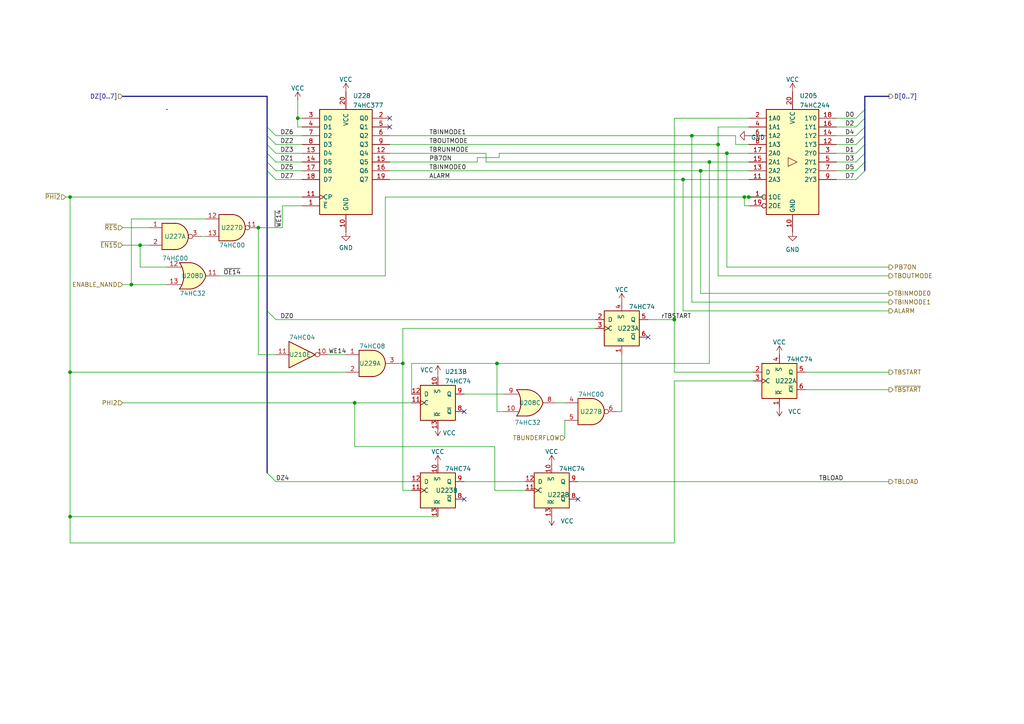
<source format=kicad_sch>
(kicad_sch (version 20211123) (generator eeschema)
  (paper "A4")
  (title_block (title "74HCT6526 Board 2") (date "2022-08-17") (rev "0.1") (company "Daniel Molina") (comment 1 "https://github.com/dmolinagarcia/74HCT6526"))
  (lib_symbols
    (symbol "74xx:74HC00" (pin_names (offset 1.016))
      (property "Reference" "U" (at 0 1.27 0))
      (property "Value" "74HC00" (at 0 -1.27 0))
      (symbol "74HC00_1_1"
        (arc (start 0 -3.81) (mid 3.81 0) (end 0 3.81) (stroke (width 0.254)) (fill (type background)))
        (polyline (pts (xy 0 3.81) (xy -3.81 3.81) (xy -3.81 -3.81) (xy 0 -3.81)) (stroke (width 0.254)) (fill (type background)))
        (pin input line (at -7.62 2.54 0) (length 3.81) (name "~") (number "1"))
        (pin input line (at -7.62 -2.54 0) (length 3.81) (name "~") (number "2"))
        (pin output inverted (at 7.62 0 180) (length 3.81) (name "~") (number "3"))
      )
      (symbol "74HC00_1_2"
        (arc (start -3.81 -3.81) (mid -2.589 0) (end -3.81 3.81) (stroke (width 0.254)))
        (arc (start -0.6096 -3.81) (mid 2.1855 -2.584) (end 3.81 0) (stroke (width 0.254)) (fill (type background)))
        (polyline (pts (xy -3.81 -3.81) (xy -0.635 -3.81)) (stroke (width 0.254)) (fill (type background)))
        (polyline (pts (xy -3.81 3.81) (xy -0.635 3.81)) (stroke (width 0.254)) (fill (type background)))
        (polyline (pts (xy -0.635 3.81) (xy -3.81 3.81) (xy -3.81 3.81) (xy -3.556 3.4036) (xy -3.0226 2.2606) (xy -2.6924 1.0414) (xy -2.6162 -0.254) (xy -2.7686 -1.4986) (xy -3.175 -2.7178) (xy -3.81 -3.81) (xy -3.81 -3.81) (xy -0.635 -3.81)) (stroke (width -25.4)) (fill (type background)))
        (arc (start 3.81 0) (mid 2.1928 2.5925) (end -0.6096 3.81) (stroke (width 0.254)) (fill (type background)))
        (pin input inverted (at -7.62 2.54 0) (length 4.318) (name "~") (number "1"))
        (pin input inverted (at -7.62 -2.54 0) (length 4.318) (name "~") (number "2"))
        (pin output line (at 7.62 0 180) (length 3.81) (name "~") (number "3"))
      )
      (symbol "74HC00_2_1"
        (arc (start 0 -3.81) (mid 3.81 0) (end 0 3.81) (stroke (width 0.254)) (fill (type background)))
        (polyline (pts (xy 0 3.81) (xy -3.81 3.81) (xy -3.81 -3.81) (xy 0 -3.81)) (stroke (width 0.254)) (fill (type background)))
        (pin input line (at -7.62 2.54 0) (length 3.81) (name "~") (number "4"))
        (pin input line (at -7.62 -2.54 0) (length 3.81) (name "~") (number "5"))
        (pin output inverted (at 7.62 0 180) (length 3.81) (name "~") (number "6"))
      )
      (symbol "74HC00_2_2"
        (arc (start -3.81 -3.81) (mid -2.589 0) (end -3.81 3.81) (stroke (width 0.254)))
        (arc (start -0.6096 -3.81) (mid 2.1855 -2.584) (end 3.81 0) (stroke (width 0.254)) (fill (type background)))
        (polyline (pts (xy -3.81 -3.81) (xy -0.635 -3.81)) (stroke (width 0.254)) (fill (type background)))
        (polyline (pts (xy -3.81 3.81) (xy -0.635 3.81)) (stroke (width 0.254)) (fill (type background)))
        (polyline (pts (xy -0.635 3.81) (xy -3.81 3.81) (xy -3.81 3.81) (xy -3.556 3.4036) (xy -3.0226 2.2606) (xy -2.6924 1.0414) (xy -2.6162 -0.254) (xy -2.7686 -1.4986) (xy -3.175 -2.7178) (xy -3.81 -3.81) (xy -3.81 -3.81) (xy -0.635 -3.81)) (stroke (width -25.4)) (fill (type background)))
        (arc (start 3.81 0) (mid 2.1928 2.5925) (end -0.6096 3.81) (stroke (width 0.254)) (fill (type background)))
        (pin input inverted (at -7.62 2.54 0) (length 4.318) (name "~") (number "4"))
        (pin input inverted (at -7.62 -2.54 0) (length 4.318) (name "~") (number "5"))
        (pin output line (at 7.62 0 180) (length 3.81) (name "~") (number "6"))
      )
      (symbol "74HC00_3_1"
        (arc (start 0 -3.81) (mid 3.81 0) (end 0 3.81) (stroke (width 0.254)) (fill (type background)))
        (polyline (pts (xy 0 3.81) (xy -3.81 3.81) (xy -3.81 -3.81) (xy 0 -3.81)) (stroke (width 0.254)) (fill (type background)))
        (pin input line (at -7.62 -2.54 0) (length 3.81) (name "~") (number "10"))
        (pin output inverted (at 7.62 0 180) (length 3.81) (name "~") (number "8"))
        (pin input line (at -7.62 2.54 0) (length 3.81) (name "~") (number "9"))
      )
      (symbol "74HC00_3_2"
        (arc (start -3.81 -3.81) (mid -2.589 0) (end -3.81 3.81) (stroke (width 0.254)))
        (arc (start -0.6096 -3.81) (mid 2.1855 -2.584) (end 3.81 0) (stroke (width 0.254)) (fill (type background)))
        (polyline (pts (xy -3.81 -3.81) (xy -0.635 -3.81)) (stroke (width 0.254)) (fill (type background)))
        (polyline (pts (xy -3.81 3.81) (xy -0.635 3.81)) (stroke (width 0.254)) (fill (type background)))
        (polyline (pts (xy -0.635 3.81) (xy -3.81 3.81) (xy -3.81 3.81) (xy -3.556 3.4036) (xy -3.0226 2.2606) (xy -2.6924 1.0414) (xy -2.6162 -0.254) (xy -2.7686 -1.4986) (xy -3.175 -2.7178) (xy -3.81 -3.81) (xy -3.81 -3.81) (xy -0.635 -3.81)) (stroke (width -25.4)) (fill (type background)))
        (arc (start 3.81 0) (mid 2.1928 2.5925) (end -0.6096 3.81) (stroke (width 0.254)) (fill (type background)))
        (pin input inverted (at -7.62 -2.54 0) (length 4.318) (name "~") (number "10"))
        (pin output line (at 7.62 0 180) (length 3.81) (name "~") (number "8"))
        (pin input inverted (at -7.62 2.54 0) (length 4.318) (name "~") (number "9"))
      )
      (symbol "74HC00_4_1"
        (arc (start 0 -3.81) (mid 3.81 0) (end 0 3.81) (stroke (width 0.254)) (fill (type background)))
        (polyline (pts (xy 0 3.81) (xy -3.81 3.81) (xy -3.81 -3.81) (xy 0 -3.81)) (stroke (width 0.254)) (fill (type background)))
        (pin output inverted (at 7.62 0 180) (length 3.81) (name "~") (number "11"))
        (pin input line (at -7.62 2.54 0) (length 3.81) (name "~") (number "12"))
        (pin input line (at -7.62 -2.54 0) (length 3.81) (name "~") (number "13"))
      )
      (symbol "74HC00_4_2"
        (arc (start -3.81 -3.81) (mid -2.589 0) (end -3.81 3.81) (stroke (width 0.254)))
        (arc (start -0.6096 -3.81) (mid 2.1855 -2.584) (end 3.81 0) (stroke (width 0.254)) (fill (type background)))
        (polyline (pts (xy -3.81 -3.81) (xy -0.635 -3.81)) (stroke (width 0.254)) (fill (type background)))
        (polyline (pts (xy -3.81 3.81) (xy -0.635 3.81)) (stroke (width 0.254)) (fill (type background)))
        (polyline (pts (xy -0.635 3.81) (xy -3.81 3.81) (xy -3.81 3.81) (xy -3.556 3.4036) (xy -3.0226 2.2606) (xy -2.6924 1.0414) (xy -2.6162 -0.254) (xy -2.7686 -1.4986) (xy -3.175 -2.7178) (xy -3.81 -3.81) (xy -3.81 -3.81) (xy -0.635 -3.81)) (stroke (width -25.4)) (fill (type background)))
        (arc (start 3.81 0) (mid 2.1928 2.5925) (end -0.6096 3.81) (stroke (width 0.254)) (fill (type background)))
        (pin output line (at 7.62 0 180) (length 3.81) (name "~") (number "11"))
        (pin input inverted (at -7.62 2.54 0) (length 4.318) (name "~") (number "12"))
        (pin input inverted (at -7.62 -2.54 0) (length 4.318) (name "~") (number "13"))
      )
      (symbol "74HC00_5_0"
        (pin power_in line (at 0 12.7 270) (length 5.08) (name "VCC") (number "14"))
        (pin power_in line (at 0 -12.7 90) (length 5.08) (name "GND") (number "7"))
      )
      (symbol "74HC00_5_1"
        (rectangle (start -5.08 7.62) (end 5.08 -7.62) (stroke (width 0.254)) (fill (type background)))
      )
    )
    (symbol "74xx:74HC04"
      (property "Reference" "U" (at 0 1.27 0))
      (property "Value" "74HC04" (at 0 -1.27 0))
      (symbol "74HC04_1_0"
        (polyline (pts (xy -3.81 3.81) (xy -3.81 -3.81) (xy 3.81 0) (xy -3.81 3.81)) (stroke (width 0.254)) (fill (type background)))
        (pin input line (at -7.62 0 0) (length 3.81) (name "~") (number "1"))
        (pin output inverted (at 7.62 0 180) (length 3.81) (name "~") (number "2"))
      )
      (symbol "74HC04_2_0"
        (polyline (pts (xy -3.81 3.81) (xy -3.81 -3.81) (xy 3.81 0) (xy -3.81 3.81)) (stroke (width 0.254)) (fill (type background)))
        (pin input line (at -7.62 0 0) (length 3.81) (name "~") (number "3"))
        (pin output inverted (at 7.62 0 180) (length 3.81) (name "~") (number "4"))
      )
      (symbol "74HC04_3_0"
        (polyline (pts (xy -3.81 3.81) (xy -3.81 -3.81) (xy 3.81 0) (xy -3.81 3.81)) (stroke (width 0.254)) (fill (type background)))
        (pin input line (at -7.62 0 0) (length 3.81) (name "~") (number "5"))
        (pin output inverted (at 7.62 0 180) (length 3.81) (name "~") (number "6"))
      )
      (symbol "74HC04_4_0"
        (polyline (pts (xy -3.81 3.81) (xy -3.81 -3.81) (xy 3.81 0) (xy -3.81 3.81)) (stroke (width 0.254)) (fill (type background)))
        (pin output inverted (at 7.62 0 180) (length 3.81) (name "~") (number "8"))
        (pin input line (at -7.62 0 0) (length 3.81) (name "~") (number "9"))
      )
      (symbol "74HC04_5_0"
        (polyline (pts (xy -3.81 3.81) (xy -3.81 -3.81) (xy 3.81 0) (xy -3.81 3.81)) (stroke (width 0.254)) (fill (type background)))
        (pin output inverted (at 7.62 0 180) (length 3.81) (name "~") (number "10"))
        (pin input line (at -7.62 0 0) (length 3.81) (name "~") (number "11"))
      )
      (symbol "74HC04_6_0"
        (polyline (pts (xy -3.81 3.81) (xy -3.81 -3.81) (xy 3.81 0) (xy -3.81 3.81)) (stroke (width 0.254)) (fill (type background)))
        (pin output inverted (at 7.62 0 180) (length 3.81) (name "~") (number "12"))
        (pin input line (at -7.62 0 0) (length 3.81) (name "~") (number "13"))
      )
      (symbol "74HC04_7_0"
        (pin power_in line (at 0 12.7 270) (length 5.08) (name "VCC") (number "14"))
        (pin power_in line (at 0 -12.7 90) (length 5.08) (name "GND") (number "7"))
      )
      (symbol "74HC04_7_1"
        (rectangle (start -5.08 7.62) (end 5.08 -7.62) (stroke (width 0.254)) (fill (type background)))
      )
    )
    (symbol "74xx:74HC244"
      (property "Reference" "U" (at -7.62 16.51 0))
      (property "Value" "74HC244" (at -7.62 -16.51 0))
      (symbol "74HC244_1_0"
        (polyline (pts (xy 1.27 0) (xy -1.27 1.27) (xy -1.27 -1.27) (xy 1.27 0)) (stroke (width 0.1524)))
        (pin input inverted (at -12.7 -10.16 0) (length 5.08) (name "1OE") (number "1"))
        (pin power_in line (at 0 -20.32 90) (length 5.08) (name "GND") (number "10"))
        (pin input line (at -12.7 -5.08 0) (length 5.08) (name "2A3") (number "11"))
        (pin tri_state line (at 12.7 5.08 180) (length 5.08) (name "1Y3") (number "12"))
        (pin input line (at -12.7 -2.54 0) (length 5.08) (name "2A2") (number "13"))
        (pin tri_state line (at 12.7 7.62 180) (length 5.08) (name "1Y2") (number "14"))
        (pin input line (at -12.7 0 0) (length 5.08) (name "2A1") (number "15"))
        (pin tri_state line (at 12.7 10.16 180) (length 5.08) (name "1Y1") (number "16"))
        (pin input line (at -12.7 2.54 0) (length 5.08) (name "2A0") (number "17"))
        (pin tri_state line (at 12.7 12.7 180) (length 5.08) (name "1Y0") (number "18"))
        (pin input inverted (at -12.7 -12.7 0) (length 5.08) (name "2OE") (number "19"))
        (pin input line (at -12.7 12.7 0) (length 5.08) (name "1A0") (number "2"))
        (pin power_in line (at 0 20.32 270) (length 5.08) (name "VCC") (number "20"))
        (pin tri_state line (at 12.7 2.54 180) (length 5.08) (name "2Y0") (number "3"))
        (pin input line (at -12.7 10.16 0) (length 5.08) (name "1A1") (number "4"))
        (pin tri_state line (at 12.7 0 180) (length 5.08) (name "2Y1") (number "5"))
        (pin input line (at -12.7 7.62 0) (length 5.08) (name "1A2") (number "6"))
        (pin tri_state line (at 12.7 -2.54 180) (length 5.08) (name "2Y2") (number "7"))
        (pin input line (at -12.7 5.08 0) (length 5.08) (name "1A3") (number "8"))
        (pin tri_state line (at 12.7 -5.08 180) (length 5.08) (name "2Y3") (number "9"))
      )
      (symbol "74HC244_1_1"
        (rectangle (start -7.62 15.24) (end 7.62 -15.24) (stroke (width 0.254)) (fill (type background)))
      )
    )
    (symbol "74xx:74HC74" (pin_names (offset 1.016))
      (property "Reference" "U" (at -7.62 8.89 0))
      (property "Value" "74HC74" (at -7.62 -8.89 0))
      (symbol "74HC74_1_0"
        (pin input line (at 0 -7.62 90) (length 2.54) (name "~{R}") (number "1"))
        (pin input line (at -7.62 2.54 0) (length 2.54) (name "D") (number "2"))
        (pin input clock (at -7.62 0 0) (length 2.54) (name "C") (number "3"))
        (pin input line (at 0 7.62 270) (length 2.54) (name "~{S}") (number "4"))
        (pin output line (at 7.62 2.54 180) (length 2.54) (name "Q") (number "5"))
        (pin output line (at 7.62 -2.54 180) (length 2.54) (name "~{Q}") (number "6"))
      )
      (symbol "74HC74_1_1"
        (rectangle (start -5.08 5.08) (end 5.08 -5.08) (stroke (width 0.254)) (fill (type background)))
      )
      (symbol "74HC74_2_0"
        (pin input line (at 0 7.62 270) (length 2.54) (name "~{S}") (number "10"))
        (pin input clock (at -7.62 0 0) (length 2.54) (name "C") (number "11"))
        (pin input line (at -7.62 2.54 0) (length 2.54) (name "D") (number "12"))
        (pin input line (at 0 -7.62 90) (length 2.54) (name "~{R}") (number "13"))
        (pin output line (at 7.62 -2.54 180) (length 2.54) (name "~{Q}") (number "8"))
        (pin output line (at 7.62 2.54 180) (length 2.54) (name "Q") (number "9"))
      )
      (symbol "74HC74_2_1"
        (rectangle (start -5.08 5.08) (end 5.08 -5.08) (stroke (width 0.254)) (fill (type background)))
      )
      (symbol "74HC74_3_0"
        (pin power_in line (at 0 10.16 270) (length 2.54) (name "VCC") (number "14"))
        (pin power_in line (at 0 -10.16 90) (length 2.54) (name "GND") (number "7"))
      )
      (symbol "74HC74_3_1"
        (rectangle (start -5.08 7.62) (end 5.08 -7.62) (stroke (width 0.254)) (fill (type background)))
      )
    )
    (symbol "74xx:74LS32" (pin_names (offset 1.016))
      (property "Reference" "U" (at 0 1.27 0))
      (property "Value" "74LS32" (at 0 -1.27 0))
      (symbol "74LS32_1_1"
        (arc (start -3.81 -3.81) (mid -2.589 0) (end -3.81 3.81) (stroke (width 0.254)))
        (arc (start -0.6096 -3.81) (mid 2.1855 -2.584) (end 3.81 0) (stroke (width 0.254)) (fill (type background)))
        (polyline (pts (xy -3.81 -3.81) (xy -0.635 -3.81)) (stroke (width 0.254)) (fill (type background)))
        (polyline (pts (xy -3.81 3.81) (xy -0.635 3.81)) (stroke (width 0.254)) (fill (type background)))
        (polyline (pts (xy -0.635 3.81) (xy -3.81 3.81) (xy -3.81 3.81) (xy -3.556 3.4036) (xy -3.0226 2.2606) (xy -2.6924 1.0414) (xy -2.6162 -0.254) (xy -2.7686 -1.4986) (xy -3.175 -2.7178) (xy -3.81 -3.81) (xy -3.81 -3.81) (xy -0.635 -3.81)) (stroke (width -25.4)) (fill (type background)))
        (arc (start 3.81 0) (mid 2.1928 2.5925) (end -0.6096 3.81) (stroke (width 0.254)) (fill (type background)))
        (pin input line (at -7.62 2.54 0) (length 4.318) (name "~") (number "1"))
        (pin input line (at -7.62 -2.54 0) (length 4.318) (name "~") (number "2"))
        (pin output line (at 7.62 0 180) (length 3.81) (name "~") (number "3"))
      )
      (symbol "74LS32_1_2"
        (arc (start 0 -3.81) (mid 3.81 0) (end 0 3.81) (stroke (width 0.254)) (fill (type background)))
        (polyline (pts (xy 0 3.81) (xy -3.81 3.81) (xy -3.81 -3.81) (xy 0 -3.81)) (stroke (width 0.254)) (fill (type background)))
        (pin input inverted (at -7.62 2.54 0) (length 3.81) (name "~") (number "1"))
        (pin input inverted (at -7.62 -2.54 0) (length 3.81) (name "~") (number "2"))
        (pin output inverted (at 7.62 0 180) (length 3.81) (name "~") (number "3"))
      )
      (symbol "74LS32_2_1"
        (arc (start -3.81 -3.81) (mid -2.589 0) (end -3.81 3.81) (stroke (width 0.254)))
        (arc (start -0.6096 -3.81) (mid 2.1855 -2.584) (end 3.81 0) (stroke (width 0.254)) (fill (type background)))
        (polyline (pts (xy -3.81 -3.81) (xy -0.635 -3.81)) (stroke (width 0.254)) (fill (type background)))
        (polyline (pts (xy -3.81 3.81) (xy -0.635 3.81)) (stroke (width 0.254)) (fill (type background)))
        (polyline (pts (xy -0.635 3.81) (xy -3.81 3.81) (xy -3.81 3.81) (xy -3.556 3.4036) (xy -3.0226 2.2606) (xy -2.6924 1.0414) (xy -2.6162 -0.254) (xy -2.7686 -1.4986) (xy -3.175 -2.7178) (xy -3.81 -3.81) (xy -3.81 -3.81) (xy -0.635 -3.81)) (stroke (width -25.4)) (fill (type background)))
        (arc (start 3.81 0) (mid 2.1928 2.5925) (end -0.6096 3.81) (stroke (width 0.254)) (fill (type background)))
        (pin input line (at -7.62 2.54 0) (length 4.318) (name "~") (number "4"))
        (pin input line (at -7.62 -2.54 0) (length 4.318) (name "~") (number "5"))
        (pin output line (at 7.62 0 180) (length 3.81) (name "~") (number "6"))
      )
      (symbol "74LS32_2_2"
        (arc (start 0 -3.81) (mid 3.81 0) (end 0 3.81) (stroke (width 0.254)) (fill (type background)))
        (polyline (pts (xy 0 3.81) (xy -3.81 3.81) (xy -3.81 -3.81) (xy 0 -3.81)) (stroke (width 0.254)) (fill (type background)))
        (pin input inverted (at -7.62 2.54 0) (length 3.81) (name "~") (number "4"))
        (pin input inverted (at -7.62 -2.54 0) (length 3.81) (name "~") (number "5"))
        (pin output inverted (at 7.62 0 180) (length 3.81) (name "~") (number "6"))
      )
      (symbol "74LS32_3_1"
        (arc (start -3.81 -3.81) (mid -2.589 0) (end -3.81 3.81) (stroke (width 0.254)))
        (arc (start -0.6096 -3.81) (mid 2.1855 -2.584) (end 3.81 0) (stroke (width 0.254)) (fill (type background)))
        (polyline (pts (xy -3.81 -3.81) (xy -0.635 -3.81)) (stroke (width 0.254)) (fill (type background)))
        (polyline (pts (xy -3.81 3.81) (xy -0.635 3.81)) (stroke (width 0.254)) (fill (type background)))
        (polyline (pts (xy -0.635 3.81) (xy -3.81 3.81) (xy -3.81 3.81) (xy -3.556 3.4036) (xy -3.0226 2.2606) (xy -2.6924 1.0414) (xy -2.6162 -0.254) (xy -2.7686 -1.4986) (xy -3.175 -2.7178) (xy -3.81 -3.81) (xy -3.81 -3.81) (xy -0.635 -3.81)) (stroke (width -25.4)) (fill (type background)))
        (arc (start 3.81 0) (mid 2.1928 2.5925) (end -0.6096 3.81) (stroke (width 0.254)) (fill (type background)))
        (pin input line (at -7.62 -2.54 0) (length 4.318) (name "~") (number "10"))
        (pin output line (at 7.62 0 180) (length 3.81) (name "~") (number "8"))
        (pin input line (at -7.62 2.54 0) (length 4.318) (name "~") (number "9"))
      )
      (symbol "74LS32_3_2"
        (arc (start 0 -3.81) (mid 3.81 0) (end 0 3.81) (stroke (width 0.254)) (fill (type background)))
        (polyline (pts (xy 0 3.81) (xy -3.81 3.81) (xy -3.81 -3.81) (xy 0 -3.81)) (stroke (width 0.254)) (fill (type background)))
        (pin input inverted (at -7.62 -2.54 0) (length 3.81) (name "~") (number "10"))
        (pin output inverted (at 7.62 0 180) (length 3.81) (name "~") (number "8"))
        (pin input inverted (at -7.62 2.54 0) (length 3.81) (name "~") (number "9"))
      )
      (symbol "74LS32_4_1"
        (arc (start -3.81 -3.81) (mid -2.589 0) (end -3.81 3.81) (stroke (width 0.254)))
        (arc (start -0.6096 -3.81) (mid 2.1855 -2.584) (end 3.81 0) (stroke (width 0.254)) (fill (type background)))
        (polyline (pts (xy -3.81 -3.81) (xy -0.635 -3.81)) (stroke (width 0.254)) (fill (type background)))
        (polyline (pts (xy -3.81 3.81) (xy -0.635 3.81)) (stroke (width 0.254)) (fill (type background)))
        (polyline (pts (xy -0.635 3.81) (xy -3.81 3.81) (xy -3.81 3.81) (xy -3.556 3.4036) (xy -3.0226 2.2606) (xy -2.6924 1.0414) (xy -2.6162 -0.254) (xy -2.7686 -1.4986) (xy -3.175 -2.7178) (xy -3.81 -3.81) (xy -3.81 -3.81) (xy -0.635 -3.81)) (stroke (width -25.4)) (fill (type background)))
        (arc (start 3.81 0) (mid 2.1928 2.5925) (end -0.6096 3.81) (stroke (width 0.254)) (fill (type background)))
        (pin output line (at 7.62 0 180) (length 3.81) (name "~") (number "11"))
        (pin input line (at -7.62 2.54 0) (length 4.318) (name "~") (number "12"))
        (pin input line (at -7.62 -2.54 0) (length 4.318) (name "~") (number "13"))
      )
      (symbol "74LS32_4_2"
        (arc (start 0 -3.81) (mid 3.81 0) (end 0 3.81) (stroke (width 0.254)) (fill (type background)))
        (polyline (pts (xy 0 3.81) (xy -3.81 3.81) (xy -3.81 -3.81) (xy 0 -3.81)) (stroke (width 0.254)) (fill (type background)))
        (pin output inverted (at 7.62 0 180) (length 3.81) (name "~") (number "11"))
        (pin input inverted (at -7.62 2.54 0) (length 3.81) (name "~") (number "12"))
        (pin input inverted (at -7.62 -2.54 0) (length 3.81) (name "~") (number "13"))
      )
      (symbol "74LS32_5_0"
        (pin power_in line (at 0 12.7 270) (length 5.08) (name "VCC") (number "14"))
        (pin power_in line (at 0 -12.7 90) (length 5.08) (name "GND") (number "7"))
      )
      (symbol "74LS32_5_1"
        (rectangle (start -5.08 7.62) (end 5.08 -7.62) (stroke (width 0.254)) (fill (type background)))
      )
    )
    (symbol "74xx:74LS377" (pin_names (offset 1.016))
      (property "Reference" "U" (at -7.62 16.51 0))
      (property "Value" "74LS377" (at -7.62 -16.51 0))
      (symbol "74LS377_1_0"
        (pin input line (at -12.7 -12.7 0) (length 5.08) (name "~{E}") (number "1"))
        (pin power_in line (at 0 -20.32 90) (length 5.08) (name "GND") (number "10"))
        (pin input clock (at -12.7 -10.16 0) (length 5.08) (name "CP") (number "11"))
        (pin output line (at 12.7 2.54 180) (length 5.08) (name "Q4") (number "12"))
        (pin input line (at -12.7 2.54 0) (length 5.08) (name "D4") (number "13"))
        (pin input line (at -12.7 0 0) (length 5.08) (name "D5") (number "14"))
        (pin output line (at 12.7 0 180) (length 5.08) (name "Q5") (number "15"))
        (pin output line (at 12.7 -2.54 180) (length 5.08) (name "Q6") (number "16"))
        (pin input line (at -12.7 -2.54 0) (length 5.08) (name "D6") (number "17"))
        (pin input line (at -12.7 -5.08 0) (length 5.08) (name "D7") (number "18"))
        (pin output line (at 12.7 -5.08 180) (length 5.08) (name "Q7") (number "19"))
        (pin output line (at 12.7 12.7 180) (length 5.08) (name "Q0") (number "2"))
        (pin power_in line (at 0 20.32 270) (length 5.08) (name "VCC") (number "20"))
        (pin input line (at -12.7 12.7 0) (length 5.08) (name "D0") (number "3"))
        (pin input line (at -12.7 10.16 0) (length 5.08) (name "D1") (number "4"))
        (pin output line (at 12.7 10.16 180) (length 5.08) (name "Q1") (number "5"))
        (pin output line (at 12.7 7.62 180) (length 5.08) (name "Q2") (number "6"))
        (pin input line (at -12.7 7.62 0) (length 5.08) (name "D2") (number "7"))
        (pin input line (at -12.7 5.08 0) (length 5.08) (name "D3") (number "8"))
        (pin output line (at 12.7 5.08 180) (length 5.08) (name "Q3") (number "9"))
      )
      (symbol "74LS377_1_1"
        (rectangle (start -7.62 15.24) (end 7.62 -15.24) (stroke (width 0.254)) (fill (type background)))
      )
    )
    (symbol "Custom 74xx:74HC08" (pin_names (offset 1.016))
      (property "Reference" "U" (at 0 1.27 0))
      (property "Value" "74HC08" (at 0 -1.27 0))
      (symbol "74HC08_1_1"
        (arc (start 0 -3.81) (mid 3.81 0) (end 0 3.81) (stroke (width 0.254)) (fill (type background)))
        (polyline (pts (xy 0 3.81) (xy -3.81 3.81) (xy -3.81 -3.81) (xy 0 -3.81)) (stroke (width 0.254)) (fill (type background)))
        (pin input line (at -7.62 2.54 0) (length 3.81) (name "~") (number "1"))
        (pin input line (at -7.62 -2.54 0) (length 3.81) (name "~") (number "2"))
        (pin output line (at 7.62 0 180) (length 3.81) (name "~") (number "3"))
      )
      (symbol "74HC08_1_2"
        (arc (start -3.81 -3.81) (mid -2.589 0) (end -3.81 3.81) (stroke (width 0.254)))
        (arc (start -0.6096 -3.81) (mid 2.1855 -2.584) (end 3.81 0) (stroke (width 0.254)) (fill (type background)))
        (polyline (pts (xy -3.81 -3.81) (xy -0.635 -3.81)) (stroke (width 0.254)) (fill (type background)))
        (polyline (pts (xy -3.81 3.81) (xy -0.635 3.81)) (stroke (width 0.254)) (fill (type background)))
        (polyline (pts (xy -0.635 3.81) (xy -3.81 3.81) (xy -3.81 3.81) (xy -3.556 3.4036) (xy -3.0226 2.2606) (xy -2.6924 1.0414) (xy -2.6162 -0.254) (xy -2.7686 -1.4986) (xy -3.175 -2.7178) (xy -3.81 -3.81) (xy -3.81 -3.81) (xy -0.635 -3.81)) (stroke (width -25.4)) (fill (type background)))
        (arc (start 3.81 0) (mid 2.1928 2.5925) (end -0.6096 3.81) (stroke (width 0.254)) (fill (type background)))
        (pin input inverted (at -7.62 2.54 0) (length 4.318) (name "~") (number "1"))
        (pin input inverted (at -7.62 -2.54 0) (length 4.318) (name "~") (number "2"))
        (pin output line (at 7.62 0 180) (length 3.81) (name "~") (number "3"))
      )
      (symbol "74HC08_2_1"
        (arc (start 0 -3.81) (mid 3.81 0) (end 0 3.81) (stroke (width 0.254)) (fill (type background)))
        (polyline (pts (xy 0 3.81) (xy -3.81 3.81) (xy -3.81 -3.81) (xy 0 -3.81)) (stroke (width 0.254)) (fill (type background)))
        (pin input line (at -7.62 2.54 0) (length 3.81) (name "~") (number "4"))
        (pin input line (at -7.62 -2.54 0) (length 3.81) (name "~") (number "5"))
        (pin output line (at 7.62 0 180) (length 3.81) (name "~") (number "6"))
      )
      (symbol "74HC08_2_2"
        (arc (start -3.81 -3.81) (mid -2.589 0) (end -3.81 3.81) (stroke (width 0.254)))
        (arc (start -0.6096 -3.81) (mid 2.1855 -2.584) (end 3.81 0) (stroke (width 0.254)) (fill (type background)))
        (polyline (pts (xy -3.81 -3.81) (xy -0.635 -3.81)) (stroke (width 0.254)) (fill (type background)))
        (polyline (pts (xy -3.81 3.81) (xy -0.635 3.81)) (stroke (width 0.254)) (fill (type background)))
        (polyline (pts (xy -0.635 3.81) (xy -3.81 3.81) (xy -3.81 3.81) (xy -3.556 3.4036) (xy -3.0226 2.2606) (xy -2.6924 1.0414) (xy -2.6162 -0.254) (xy -2.7686 -1.4986) (xy -3.175 -2.7178) (xy -3.81 -3.81) (xy -3.81 -3.81) (xy -0.635 -3.81)) (stroke (width -25.4)) (fill (type background)))
        (arc (start 3.81 0) (mid 2.1928 2.5925) (end -0.6096 3.81) (stroke (width 0.254)) (fill (type background)))
        (pin input inverted (at -7.62 2.54 0) (length 4.318) (name "~") (number "4"))
        (pin input inverted (at -7.62 -2.54 0) (length 4.318) (name "~") (number "5"))
        (pin output line (at 7.62 0 180) (length 3.81) (name "~") (number "6"))
      )
      (symbol "74HC08_3_1"
        (arc (start 0 -3.81) (mid 3.81 0) (end 0 3.81) (stroke (width 0.254)) (fill (type background)))
        (polyline (pts (xy 0 3.81) (xy -3.81 3.81) (xy -3.81 -3.81) (xy 0 -3.81)) (stroke (width 0.254)) (fill (type background)))
        (pin input line (at -7.62 -2.54 0) (length 3.81) (name "~") (number "10"))
        (pin output line (at 7.62 0 180) (length 3.81) (name "~") (number "8"))
        (pin input line (at -7.62 2.54 0) (length 3.81) (name "~") (number "9"))
      )
      (symbol "74HC08_3_2"
        (arc (start -3.81 -3.81) (mid -2.589 0) (end -3.81 3.81) (stroke (width 0.254)))
        (arc (start -0.6096 -3.81) (mid 2.1855 -2.584) (end 3.81 0) (stroke (width 0.254)) (fill (type background)))
        (polyline (pts (xy -3.81 -3.81) (xy -0.635 -3.81)) (stroke (width 0.254)) (fill (type background)))
        (polyline (pts (xy -3.81 3.81) (xy -0.635 3.81)) (stroke (width 0.254)) (fill (type background)))
        (polyline (pts (xy -0.635 3.81) (xy -3.81 3.81) (xy -3.81 3.81) (xy -3.556 3.4036) (xy -3.0226 2.2606) (xy -2.6924 1.0414) (xy -2.6162 -0.254) (xy -2.7686 -1.4986) (xy -3.175 -2.7178) (xy -3.81 -3.81) (xy -3.81 -3.81) (xy -0.635 -3.81)) (stroke (width -25.4)) (fill (type background)))
        (arc (start 3.81 0) (mid 2.1928 2.5925) (end -0.6096 3.81) (stroke (width 0.254)) (fill (type background)))
        (pin input inverted (at -7.62 -2.54 0) (length 4.318) (name "~") (number "10"))
        (pin output line (at 7.62 0 180) (length 3.81) (name "~") (number "8"))
        (pin input inverted (at -7.62 2.54 0) (length 4.318) (name "~") (number "9"))
      )
      (symbol "74HC08_4_1"
        (arc (start 0 -3.81) (mid 3.81 0) (end 0 3.81) (stroke (width 0.254)) (fill (type background)))
        (polyline (pts (xy 0 3.81) (xy -3.81 3.81) (xy -3.81 -3.81) (xy 0 -3.81)) (stroke (width 0.254)) (fill (type background)))
        (pin output line (at 7.62 0 180) (length 3.81) (name "~") (number "11"))
        (pin input line (at -7.62 2.54 0) (length 3.81) (name "~") (number "12"))
        (pin input line (at -7.62 -2.54 0) (length 3.81) (name "~") (number "13"))
      )
      (symbol "74HC08_4_2"
        (arc (start -3.81 -3.81) (mid -2.589 0) (end -3.81 3.81) (stroke (width 0.254)))
        (arc (start -0.6096 -3.81) (mid 2.1855 -2.584) (end 3.81 0) (stroke (width 0.254)) (fill (type background)))
        (polyline (pts (xy -3.81 -3.81) (xy -0.635 -3.81)) (stroke (width 0.254)) (fill (type background)))
        (polyline (pts (xy -3.81 3.81) (xy -0.635 3.81)) (stroke (width 0.254)) (fill (type background)))
        (polyline (pts (xy -0.635 3.81) (xy -3.81 3.81) (xy -3.81 3.81) (xy -3.556 3.4036) (xy -3.0226 2.2606) (xy -2.6924 1.0414) (xy -2.6162 -0.254) (xy -2.7686 -1.4986) (xy -3.175 -2.7178) (xy -3.81 -3.81) (xy -3.81 -3.81) (xy -0.635 -3.81)) (stroke (width -25.4)) (fill (type background)))
        (arc (start 3.81 0) (mid 2.1928 2.5925) (end -0.6096 3.81) (stroke (width 0.254)) (fill (type background)))
        (pin output line (at 7.62 0 180) (length 3.81) (name "~") (number "11"))
        (pin input inverted (at -7.62 2.54 0) (length 4.318) (name "~") (number "12"))
        (pin input inverted (at -7.62 -2.54 0) (length 4.318) (name "~") (number "13"))
      )
      (symbol "74HC08_5_0"
        (pin power_in line (at 0 12.7 270) (length 5.08) (name "VCC") (number "14"))
        (pin power_in line (at 0 -12.7 90) (length 5.08) (name "GND") (number "7"))
      )
      (symbol "74HC08_5_1"
        (rectangle (start -5.08 7.62) (end 5.08 -7.62) (stroke (width 0.254)) (fill (type background)))
      )
    )
    (symbol "power:GND" (power) (pin_names (offset 0))
      (property "Value" "GND" (at 0 -3.81 0))
      (symbol "GND_0_1"
        (polyline (pts (xy 0 0) (xy 0 -1.27) (xy 1.27 -1.27) (xy 0 -2.54) (xy -1.27 -1.27) (xy 0 -1.27)))
      )
      (symbol "GND_1_1"
        (pin power_in line (at 0 0 270) (length 0) hide (name "GND") (number "1"))
      )
    )
    (symbol "power:VCC" (power) (pin_names (offset 0))
      (property "Value" "VCC" (at 0 3.81 0))
      (symbol "VCC_0_1"
        (polyline (pts (xy -0.762 1.27) (xy 0 2.54)))
        (polyline (pts (xy 0 0) (xy 0 2.54)))
        (polyline (pts (xy 0 2.54) (xy 0.762 1.27)))
      )
      (symbol "VCC_1_1"
        (pin power_in line (at 0 0 90) (length 0) hide (name "VCC") (number "1"))
      )
    )
  )
  (junction (at 144.145 105.41))
  (junction (at 20.32 149.86))
  (junction (at 200.66 39.37))
  (junction (at 217.17 57.15))
  (junction (at 198.12 52.07))
  (junction (at 20.32 57.15))
  (junction (at 215.9 57.15))
  (junction (at 203.2 49.53))
  (junction (at 40.64 71.12))
  (junction (at 74.93 66.04))
  (junction (at 210.82 44.45))
  (junction (at 205.74 46.99))
  (junction (at 116.84 105.41))
  (junction (at 38.1 82.55))
  (junction (at 86.36 34.29))
  (junction (at 20.32 107.95))
  (junction (at 208.28 41.91))
  (junction (at 195.58 92.71))
  (junction (at 102.87 116.84))
  (no_connect (at 187.96 97.79))
  (no_connect (at 167.64 144.78))
  (no_connect (at 134.62 144.78))
  (no_connect (at 113.03 34.29))
  (no_connect (at 134.62 119.38))
  (no_connect (at 113.03 36.83))
  (bus_entry (at 77.47 90.17) (size 2.54 2.54))
  (bus_entry (at 248.285 36.83) (size 2.54 -2.54))
  (bus_entry (at 248.285 34.29) (size 2.54 -2.54))
  (bus_entry (at 248.285 39.37) (size 2.54 -2.54))
  (bus_entry (at 248.285 41.91) (size 2.54 -2.54))
  (bus_entry (at 248.285 44.45) (size 2.54 -2.54))
  (bus_entry (at 248.285 46.99) (size 2.54 -2.54))
  (bus_entry (at 248.285 49.53) (size 2.54 -2.54))
  (bus_entry (at 248.285 52.07) (size 2.54 -2.54))
  (bus_entry (at 77.47 44.45) (size 2.54 2.54))
  (bus_entry (at 77.47 49.53) (size 2.54 2.54))
  (bus_entry (at 77.47 39.37) (size 2.54 2.54))
  (bus_entry (at 77.47 41.91) (size 2.54 2.54))
  (bus_entry (at 77.47 36.83) (size 2.54 2.54))
  (bus_entry (at 77.47 46.99) (size 2.54 2.54))
  (bus_entry (at 77.47 137.16) (size 2.54 2.54))
  (bus (pts (xy 250.825 36.83) (xy 250.825 39.37)))
  (bus (pts (xy 250.825 39.37) (xy 250.825 41.91)))
  (wire (pts (xy 198.12 52.07) (xy 217.17 52.07)))
  (bus (pts (xy 77.47 36.83) (xy 77.47 39.37)))
  (wire (pts (xy 208.28 36.83) (xy 217.17 36.83)))
  (wire (pts (xy 257.81 80.01) (xy 208.28 80.01)))
  (wire (pts (xy 242.57 49.53) (xy 248.285 49.53)))
  (wire (pts (xy 215.9 59.69) (xy 217.17 59.69)))
  (bus (pts (xy 250.825 31.75) (xy 250.825 34.29)))
  (wire (pts (xy 59.69 68.58) (xy 58.42 68.58)))
  (wire (pts (xy 134.62 139.7) (xy 152.4 139.7)))
  (wire (pts (xy 203.2 85.09) (xy 257.81 85.09)))
  (wire (pts (xy 116.84 142.24) (xy 119.38 142.24)))
  (bus (pts (xy 77.47 46.99) (xy 77.47 49.53)))
  (wire (pts (xy 81.915 59.69) (xy 81.915 66.04)))
  (wire (pts (xy 210.82 77.47) (xy 257.81 77.47)))
  (wire (pts (xy 113.03 46.99) (xy 138.43 46.99)))
  (wire (pts (xy 242.57 41.91) (xy 248.285 41.91)))
  (wire (pts (xy 80.01 39.37) (xy 87.63 39.37)))
  (wire (pts (xy 242.57 44.45) (xy 248.285 44.45)))
  (wire (pts (xy 113.03 44.45) (xy 140.97 44.45)))
  (wire (pts (xy 19.05 57.15) (xy 20.32 57.15)))
  (wire (pts (xy 80.01 139.7) (xy 119.38 139.7)))
  (wire (pts (xy 198.12 52.07) (xy 113.03 52.07)))
  (wire (pts (xy 138.43 45.72) (xy 144.78 45.72)))
  (wire (pts (xy 143.51 129.54) (xy 143.51 142.24)))
  (wire (pts (xy 80.01 41.91) (xy 87.63 41.91)))
  (wire (pts (xy 242.57 34.29) (xy 248.285 34.29)))
  (bus (pts (xy 250.825 34.29) (xy 250.825 36.83)))
  (wire (pts (xy 205.74 46.99) (xy 205.74 105.41)))
  (wire (pts (xy 20.32 157.48) (xy 195.58 157.48)))
  (wire (pts (xy 113.03 49.53) (xy 203.2 49.53)))
  (wire (pts (xy 111.76 57.15) (xy 215.9 57.15)))
  (wire (pts (xy 111.76 80.01) (xy 111.76 57.15)))
  (wire (pts (xy 203.2 49.53) (xy 217.17 49.53)))
  (wire (pts (xy 102.87 116.84) (xy 102.87 129.54)))
  (wire (pts (xy 195.58 34.29) (xy 195.58 92.71)))
  (wire (pts (xy 195.58 92.71) (xy 195.58 107.95)))
  (bus (pts (xy 77.47 44.45) (xy 77.47 46.99)))
  (bus (pts (xy 77.47 27.94) (xy 77.47 36.83)))
  (wire (pts (xy 213.36 39.37) (xy 213.36 41.91)))
  (wire (pts (xy 144.78 45.72) (xy 144.78 44.45)))
  (wire (pts (xy 208.28 36.83) (xy 208.28 41.91)))
  (wire (pts (xy 179.07 119.38) (xy 180.34 119.38)))
  (wire (pts (xy 38.1 82.55) (xy 48.26 82.55)))
  (wire (pts (xy 81.915 59.69) (xy 87.63 59.69)))
  (bus (pts (xy 250.825 27.94) (xy 250.825 31.75)))
  (wire (pts (xy 40.64 77.47) (xy 48.26 77.47)))
  (wire (pts (xy 116.84 95.25) (xy 172.72 95.25)))
  (wire (pts (xy 213.36 41.91) (xy 217.17 41.91)))
  (wire (pts (xy 144.145 119.38) (xy 146.05 119.38)))
  (wire (pts (xy 187.96 92.71) (xy 195.58 92.71)))
  (wire (pts (xy 102.87 129.54) (xy 143.51 129.54)))
  (wire (pts (xy 74.93 66.04) (xy 74.93 102.87)))
  (wire (pts (xy 217.17 57.15) (xy 215.9 57.15)))
  (bus (pts (xy 250.825 44.45) (xy 250.825 46.99)))
  (wire (pts (xy 144.145 105.41) (xy 144.145 119.38)))
  (bus (pts (xy 250.825 46.99) (xy 250.825 49.53)))
  (wire (pts (xy 163.83 127) (xy 163.83 121.92)))
  (bus (pts (xy 257.81 27.94) (xy 250.825 27.94)))
  (wire (pts (xy 80.01 49.53) (xy 87.63 49.53)))
  (wire (pts (xy 74.93 102.87) (xy 80.01 102.87)))
  (wire (pts (xy 205.74 46.99) (xy 217.17 46.99)))
  (wire (pts (xy 20.32 107.95) (xy 100.33 107.95)))
  (wire (pts (xy 242.57 46.99) (xy 248.285 46.99)))
  (wire (pts (xy 257.81 107.95) (xy 233.68 107.95)))
  (wire (pts (xy 138.43 46.99) (xy 138.43 45.72)))
  (wire (pts (xy 38.1 63.5) (xy 59.69 63.5)))
  (wire (pts (xy 40.64 71.12) (xy 40.64 77.47)))
  (bus (pts (xy 77.47 49.53) (xy 77.47 90.17)))
  (wire (pts (xy 127 109.22) (xy 127 108.585)))
  (wire (pts (xy 134.62 114.3) (xy 146.05 114.3)))
  (wire (pts (xy 195.58 34.29) (xy 217.17 34.29)))
  (bus (pts (xy 250.825 41.91) (xy 250.825 44.45)))
  (wire (pts (xy 242.57 39.37) (xy 248.285 39.37)))
  (wire (pts (xy 127 124.46) (xy 127 123.825)))
  (wire (pts (xy 86.36 34.29) (xy 87.63 34.29)))
  (wire (pts (xy 140.97 46.99) (xy 205.74 46.99)))
  (bus (pts (xy 77.47 90.17) (xy 77.47 137.16)))
  (wire (pts (xy 38.1 63.5) (xy 38.1 82.55)))
  (wire (pts (xy 198.12 90.17) (xy 257.81 90.17)))
  (wire (pts (xy 208.28 41.91) (xy 208.28 80.01)))
  (wire (pts (xy 200.66 39.37) (xy 200.66 87.63)))
  (wire (pts (xy 210.82 44.45) (xy 217.17 44.45)))
  (wire (pts (xy 119.38 105.41) (xy 144.145 105.41)))
  (wire (pts (xy 86.36 29.21) (xy 86.36 34.29)))
  (wire (pts (xy 217.17 57.15) (xy 222.25 57.15)))
  (wire (pts (xy 115.57 105.41) (xy 116.84 105.41)))
  (wire (pts (xy 140.97 44.45) (xy 140.97 46.99)))
  (wire (pts (xy 35.56 82.55) (xy 38.1 82.55)))
  (wire (pts (xy 80.01 46.99) (xy 87.63 46.99)))
  (wire (pts (xy 215.9 57.15) (xy 215.9 59.69)))
  (wire (pts (xy 102.87 116.84) (xy 119.38 116.84)))
  (wire (pts (xy 144.145 105.41) (xy 205.74 105.41)))
  (wire (pts (xy 20.32 149.86) (xy 127 149.86)))
  (wire (pts (xy 180.34 102.87) (xy 180.34 119.38)))
  (wire (pts (xy 86.36 34.29) (xy 86.36 36.83)))
  (wire (pts (xy 20.32 107.95) (xy 20.32 149.86)))
  (wire (pts (xy 198.12 52.07) (xy 198.12 90.17)))
  (wire (pts (xy 81.915 66.04) (xy 74.93 66.04)))
  (wire (pts (xy 200.66 87.63) (xy 257.81 87.63)))
  (wire (pts (xy 116.84 105.41) (xy 116.84 142.24)))
  (wire (pts (xy 86.36 36.83) (xy 87.63 36.83)))
  (wire (pts (xy 100.33 102.87) (xy 95.25 102.87)))
  (wire (pts (xy 113.03 41.91) (xy 208.28 41.91)))
  (wire (pts (xy 35.56 116.84) (xy 102.87 116.84)))
  (wire (pts (xy 161.29 116.84) (xy 163.83 116.84)))
  (wire (pts (xy 35.56 66.04) (xy 43.18 66.04)))
  (wire (pts (xy 210.82 44.45) (xy 210.82 77.47)))
  (wire (pts (xy 80.01 92.71) (xy 172.72 92.71)))
  (wire (pts (xy 40.64 71.12) (xy 43.18 71.12)))
  (wire (pts (xy 80.01 44.45) (xy 87.63 44.45)))
  (wire (pts (xy 195.58 110.49) (xy 218.44 110.49)))
  (wire (pts (xy 144.78 44.45) (xy 210.82 44.45)))
  (wire (pts (xy 35.56 71.12) (xy 40.64 71.12)))
  (bus (pts (xy 77.47 39.37) (xy 77.47 41.91)))
  (wire (pts (xy 80.01 52.07) (xy 87.63 52.07)))
  (wire (pts (xy 195.58 157.48) (xy 195.58 110.49)))
  (wire (pts (xy 116.84 105.41) (xy 116.84 95.25)))
  (wire (pts (xy 119.38 105.41) (xy 119.38 114.3)))
  (wire (pts (xy 20.32 57.15) (xy 87.63 57.15)))
  (wire (pts (xy 257.81 113.03) (xy 233.68 113.03)))
  (wire (pts (xy 20.32 149.86) (xy 20.32 157.48)))
  (bus (pts (xy 77.47 41.91) (xy 77.47 44.45)))
  (wire (pts (xy 203.2 49.53) (xy 203.2 85.09)))
  (bus (pts (xy 35.56 27.94) (xy 77.47 27.94)))
  (wire (pts (xy 200.66 39.37) (xy 213.36 39.37)))
  (wire (pts (xy 242.57 52.07) (xy 248.285 52.07)))
  (wire (pts (xy 63.5 80.01) (xy 111.76 80.01)))
  (wire (pts (xy 167.64 139.7) (xy 257.81 139.7)))
  (wire (pts (xy 20.32 57.15) (xy 20.32 107.95)))
  (wire (pts (xy 195.58 107.95) (xy 218.44 107.95)))
  (wire (pts (xy 242.57 36.83) (xy 248.285 36.83)))
  (wire (pts (xy 113.03 39.37) (xy 200.66 39.37)))
  (wire (pts (xy 143.51 142.24) (xy 152.4 142.24)))
  (label "D1" (at 245.11 44.45 0))
  (label "rTBSTART" (at 191.77 92.71 0))
  (label "DZ3" (at 81.28 44.45 0))
  (label "D5" (at 245.11 49.53 0))
  (label "~{WE14}" (at 81.915 66.04 90))
  (label "DZ5" (at 81.28 49.53 0))
  (label "DZ2" (at 81.28 41.91 0))
  (label "DZ4" (at 80.01 139.7 0))
  (label "D0" (at 245.11 34.29 0))
  (label "D4" (at 245.11 39.37 0))
  (label "DZ7" (at 81.28 52.07 0))
  (label "DZ6" (at 81.28 39.37 0))
  (label "TBRUNMODE" (at 124.46 44.45 0))
  (label "DZ0" (at 81.28 92.71 0))
  (label "D3" (at 245.11 46.99 0))
  (label "ALARM" (at 124.46 52.07 0))
  (label "TBINMODE0" (at 124.46 49.53 0))
  (label "~{OE14}" (at 64.77 80.01 0))
  (label "TBINMODE1" (at 124.46 39.37 0))
  (label "DZ1" (at 81.28 46.99 0))
  (label "TBOUTMODE" (at 124.46 41.91 0))
  (label "PB7ON" (at 124.46 46.99 0))
  (label "D6" (at 245.11 41.91 0))
  (label "WE14" (at 95.25 102.87 0))
  (label "D7" (at 245.11 52.07 0))
  (label "D2" (at 245.11 36.83 0))
  (label "TBLOAD" (at 237.49 139.7 0))
  (global_label "DZ[0..7]" (shape output) (at 48.26 31.75 0) (effects (font (size 0.0254 0.0254))) (property "Intersheet References" "${INTERSHEET_REFS}" (effects hide)))
  (hierarchical_label "~{EN15}" (shape input) (at 35.56 71.12 180))
  (hierarchical_label "ENABLE_NAND" (shape input) (at 35.56 82.55 180))
  (hierarchical_label "TBINMODE1" (shape output) (at 257.81 87.63 0))
  (hierarchical_label "DZ[0..7]" (shape input) (at 35.56 27.94 180))
  (hierarchical_label "PB7ON" (shape output) (at 257.81 77.47 0))
  (hierarchical_label "~{RES}" (shape input) (at 35.56 66.04 180))
  (hierarchical_label "PHI2" (shape input) (at 35.56 116.84 180))
  (hierarchical_label "TBLOAD" (shape output) (at 257.81 139.7 0))
  (hierarchical_label "ALARM" (shape output) (at 257.81 90.17 0))
  (hierarchical_label "D[0..7]" (shape output) (at 257.81 27.94 0))
  (hierarchical_label "TBSTART" (shape output) (at 257.81 107.95 0))
  (hierarchical_label "TBINMODE0" (shape output) (at 257.81 85.09 0))
  (hierarchical_label "TBUNDERFLOW" (shape input) (at 163.83 127 180))
  (hierarchical_label "~{TBSTART}" (shape output) (at 257.81 113.03 0))
  (hierarchical_label "~{PHI2}" (shape input) (at 19.05 57.15 180))
  (hierarchical_label "TBOUTMODE" (shape output) (at 257.81 80.01 0))
  (symbol (lib_id "74xx:74HC04") (at 87.63 102.87 0) (unit 5)
    (property "Reference" "U210" (at 86.995 102.87 0))
    (property "Value" "74HC04" (at 87.63 97.8686 0))
    (property "Footprint" "Package_SO:SOIC-14_3.9x8.7mm_P1.27mm" (effects hide))
    (property "Datasheet" "https://assets.nexperia.com/documents/data-sheet/74HC_HCT04.pdf" (effects hide))
  )
  (symbol (lib_id "power:VCC") (at 100.33 26.67 0) (unit 1)
    (property "Reference" "#PWR0307" (effects hide))
    (property "Value" "VCC" (at 100.33 23.0655 0))
  )
  (symbol (lib_id "power:VCC") (at 160.02 134.62 0) (unit 1)
    (property "Reference" "#PWR0105" (effects hide))
    (property "Value" "VCC" (at 160.02 131.0155 0))
  )
  (symbol (lib_id "74xx:74HC00") (at 50.8 68.58 0) (unit 1)
    (property "Reference" "U227" (at 50.8 68.58 0))
    (property "Value" "74HC00" (at 50.8 74.93 0))
    (property "Footprint" "Package_SO:SOIC-14_3.9x8.7mm_P1.27mm" (effects hide))
    (property "Datasheet" "http://www.ti.com/lit/gpn/sn74hc00" (effects hide))
  )
  (symbol (lib_id "power:GND") (at 217.17 39.37 270) (unit 1)
    (property "Reference" "#PWR0315" (effects hide))
    (property "Value" "GND" (at 217.805 39.849 90) (effects (justify left)))
  )
  (symbol (lib_id "74xx:74HC74") (at 127 116.84 0) (unit 2)
    (property "Reference" "U213" (at 129.0194 107.7935 0) (effects (justify left)))
    (property "Value" "74HC74" (at 129.0194 110.5686 0) (effects (justify left)))
    (property "Footprint" "Package_SO:SO-14_3.9x8.65mm_P1.27mm" (effects hide))
    (property "Datasheet" "74xx/74hc_hct74.pdf" (effects hide))
  )
  (symbol (lib_id "power:VCC") (at 160.02 149.86 180) (unit 1)
    (property "Reference" "#PWR0104" (effects hide))
    (property "Value" "VCC" (at 162.56 151.1299 0) (effects (justify right)))
  )
  (symbol (lib_id "74xx:74LS32") (at 153.67 116.84 0) (unit 3)
    (property "Reference" "U208" (at 153.67 116.84 0))
    (property "Value" "74HC32" (at 153.035 122.555 0))
    (property "Footprint" "Package_SO:SOIC-14_3.9x8.7mm_P1.27mm" (effects hide))
    (property "Datasheet" "http://www.ti.com/lit/gpn/sn74LS32" (effects hide))
  )
  (symbol (lib_id "74xx:74HC00") (at 171.45 119.38 0) (unit 2)
    (property "Reference" "U227" (at 171.45 119.38 0))
    (property "Value" "74HC00" (at 171.45 114.3786 0))
    (property "Footprint" "Package_SO:SOIC-14_3.9x8.7mm_P1.27mm" (effects hide))
    (property "Datasheet" "http://www.ti.com/lit/gpn/sn74hc00" (effects hide))
  )
  (symbol (lib_id "power:VCC") (at 226.06 118.11 180) (unit 1)
    (property "Reference" "#PWR0103" (effects hide))
    (property "Value" "VCC" (at 228.6 119.3799 0) (effects (justify right)))
  )
  (symbol (lib_id "power:GND") (at 229.87 67.31 0) (unit 1)
    (property "Reference" "#PWR0106" (effects hide))
    (property "Value" "GND" (at 229.87 72.39 0))
  )
  (symbol (lib_id "74xx:74HC74") (at 127 142.24 0) (unit 2)
    (property "Reference" "U223" (at 126.365 142.24 0) (effects (justify left)))
    (property "Value" "74HC74" (at 129.0194 135.9686 0) (effects (justify left)))
    (property "Footprint" "Package_SO:SO-14_3.9x8.65mm_P1.27mm" (effects hide))
    (property "Datasheet" "74xx/74hc_hct74.pdf" (effects hide))
  )
  (symbol (lib_id "74xx:74HC74") (at 160.02 142.24 0) (unit 2)
    (property "Reference" "U222" (at 158.75 143.51 0) (effects (justify left)))
    (property "Value" "74HC74" (at 162.0394 135.9686 0) (effects (justify left)))
    (property "Footprint" "Package_SO:SO-14_3.9x8.65mm_P1.27mm" (effects hide))
    (property "Datasheet" "74xx/74hc_hct74.pdf" (effects hide))
  )
  (symbol (lib_id "power:GND") (at 100.33 67.31 0) (unit 1)
    (property "Reference" "#PWR0308" (effects hide))
    (property "Value" "GND" (at 100.33 71.8725 0))
  )
  (symbol (lib_id "74xx:74HC74") (at 226.06 110.49 0) (unit 1)
    (property "Reference" "U222" (at 224.79 110.49 0) (effects (justify left)))
    (property "Value" "74HC74" (at 228.0794 104.2186 0) (effects (justify left)))
    (property "Footprint" "Package_SO:SO-14_3.9x8.65mm_P1.27mm" (effects hide))
    (property "Datasheet" "74xx/74hc_hct74.pdf" (effects hide))
  )
  (symbol (lib_id "power:VCC") (at 127 123.825 180) (unit 1)
    (property "Reference" "#PWR0310" (effects hide))
    (property "Value" "VCC" (at 128.397 125.574 0) (effects (justify right)))
  )
  (symbol (lib_id "74xx:74HC74") (at 180.34 95.25 0) (unit 1)
    (property "Reference" "U223" (at 179.07 95.25 0) (effects (justify left)))
    (property "Value" "74HC74" (at 182.3594 88.9786 0) (effects (justify left)))
    (property "Footprint" "Package_SO:SO-14_3.9x8.65mm_P1.27mm" (effects hide))
    (property "Datasheet" "74xx/74hc_hct74.pdf" (effects hide))
  )
  (symbol (lib_id "power:VCC") (at 180.34 87.63 0) (unit 1)
    (property "Reference" "#PWR0314" (effects hide))
    (property "Value" "VCC" (at 180.34 84.0255 0))
  )
  (symbol (lib_id "Custom 74xx:74HC08") (at 107.95 105.41 0) (unit 1)
    (property "Reference" "U229" (at 107.315 105.41 0))
    (property "Value" "74HC08" (at 107.95 100.4086 0))
    (property "Footprint" "Package_SO:SO-14_3.9x8.65mm_P1.27mm" (effects hide))
  )
  (symbol (lib_id "power:VCC") (at 127 134.62 0) (unit 1)
    (property "Reference" "#PWR0311" (effects hide))
    (property "Value" "VCC" (at 127 131.0155 0))
  )
  (symbol (lib_id "power:VCC") (at 226.06 102.87 0) (unit 1)
    (property "Reference" "#PWR0102" (effects hide))
    (property "Value" "VCC" (at 226.06 99.2655 0))
  )
  (symbol (lib_id "power:VCC") (at 127 108.585 0) (unit 1)
    (property "Reference" "#PWR0309" (effects hide))
    (property "Value" "VCC" (at 123.825 107.315 0))
  )
  (symbol (lib_id "74xx:74LS32") (at 55.88 80.01 0) (unit 4)
    (property "Reference" "U208" (at 55.88 80.01 0))
    (property "Value" "74HC32" (at 55.88 85.09 0))
    (property "Footprint" "Package_SO:SOIC-14_3.9x8.7mm_P1.27mm" (effects hide))
    (property "Datasheet" "http://www.ti.com/lit/gpn/sn74LS32" (effects hide))
  )
  (symbol (lib_id "74xx:74HC244") (at 229.87 46.99 0) (unit 1)
    (property "Reference" "U205" (at 231.8894 27.7835 0) (effects (justify left)))
    (property "Value" "74HC244" (at 231.8894 30.5586 0) (effects (justify left)))
    (property "Footprint" "Package_SO:SOIC-20W_7.5x12.8mm_P1.27mm" (effects hide))
    (property "Datasheet" "https://assets.nexperia.com/documents/data-sheet/74HC_HCT244.pdf" (effects hide))
  )
  (symbol (lib_id "74xx:74LS377") (at 100.33 46.99 0) (unit 1)
    (property "Reference" "U228" (at 102.3494 27.7835 0) (effects (justify left)))
    (property "Value" "74HC377" (at 102.3494 30.5586 0) (effects (justify left)))
    (property "Footprint" "Package_SO:SOIC-20W_7.5x12.8mm_P1.27mm" (effects hide))
    (property "Datasheet" "http://www.ti.com/lit/gpn/sn74LS377" (effects hide))
  )
  (symbol (lib_id "74xx:74HC00") (at 67.31 66.04 0) (unit 4)
    (property "Reference" "U227" (at 67.31 66.04 0))
    (property "Value" "74HC00" (at 67.31 71.12 0))
    (property "Footprint" "Package_SO:SOIC-14_3.9x8.7mm_P1.27mm" (effects hide))
    (property "Datasheet" "http://www.ti.com/lit/gpn/sn74hc00" (effects hide))
  )
  (symbol (lib_id "power:VCC") (at 86.36 29.21 0) (unit 1)
    (property "Reference" "#PWR0306" (effects hide))
    (property "Value" "VCC" (at 86.36 25.6055 0))
  )
  (symbol (lib_id "power:VCC") (at 229.87 26.67 0) (unit 1)
    (property "Reference" "#PWR0316" (effects hide))
    (property "Value" "VCC" (at 229.87 23.0655 0))
  )
)
</source>
